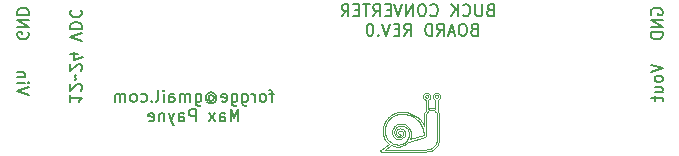
<source format=gbo>
%TF.GenerationSoftware,KiCad,Pcbnew,(5.1.0-1220-ga833aeeac)*%
%TF.CreationDate,2019-07-10T21:21:40+03:00*%
%TF.ProjectId,proto_II_buck_kicad,70726f74-6f5f-4494-995f-6275636b5f6b,rev?*%
%TF.SameCoordinates,Original*%
%TF.FileFunction,Legend,Bot*%
%TF.FilePolarity,Positive*%
%FSLAX46Y46*%
G04 Gerber Fmt 4.6, Leading zero omitted, Abs format (unit mm)*
G04 Created by KiCad (PCBNEW (5.1.0-1220-ga833aeeac)) date 2019-07-10 21:21:40*
%MOMM*%
%LPD*%
G04 APERTURE LIST*
%ADD10C,0.100000*%
%ADD11C,0.150000*%
%ADD12C,1.524000*%
%ADD13C,1.600000*%
G04 APERTURE END LIST*
D10*
X174655390Y-126809620D02*
X174637430Y-126676500D01*
X173616800Y-127291510D02*
X173646820Y-127291510D01*
X176006140Y-125019810D02*
X176062670Y-124951350D01*
X175963430Y-125098370D02*
X176006140Y-125019810D01*
X176805350Y-123798070D02*
X176792920Y-123798070D01*
X177028650Y-127286840D02*
X177029250Y-127266390D01*
X173050675Y-126659780D02*
X173050675Y-126695370D01*
X175049800Y-125551170D02*
X175181260Y-125666030D01*
X175972010Y-123798070D02*
X175934850Y-123788040D01*
X173225420Y-127116700D02*
X173313700Y-127189510D01*
X176792920Y-123543080D02*
X176805350Y-123543080D01*
X174141440Y-126776040D02*
X174132970Y-126713650D01*
X175895890Y-124872080D02*
X175878860Y-124892750D01*
X173062770Y-126815330D02*
X173097549Y-126927190D01*
X173564620Y-126190710D02*
X173666350Y-126159890D01*
X173470920Y-126240780D02*
X173564620Y-126190710D01*
X175759980Y-125165320D02*
X175750000Y-125250000D01*
X175984430Y-123798070D02*
X175972010Y-123798070D01*
X176854870Y-123553070D02*
X176895460Y-123580460D01*
X176950730Y-124971850D02*
X176909720Y-124905820D01*
X172247614Y-126606120D02*
X172247614Y-126647190D01*
X172424697Y-126606120D02*
X172424697Y-126534290D01*
X175703780Y-123552080D02*
X175679850Y-123640960D01*
X176893890Y-123961970D02*
X176916550Y-123955030D01*
X172452693Y-126318960D02*
X172535104Y-126046870D01*
X175808480Y-128352654D02*
X175877170Y-128352654D01*
X172247614Y-126525610D02*
X172247614Y-126606120D01*
X176775720Y-123366000D02*
X176686900Y-123389930D01*
X173738120Y-125972330D02*
X173631510Y-125986170D01*
X172977161Y-125242740D02*
X172784182Y-125391280D01*
X175584410Y-126232320D02*
X175650120Y-126396281D01*
X176326720Y-128270623D02*
X176537650Y-128168517D01*
X176588220Y-127902893D02*
X176554640Y-127936584D01*
X172424697Y-126606120D02*
X172424697Y-126606120D01*
X177029250Y-127266390D02*
X177029190Y-127262110D01*
X173996370Y-127146440D02*
X174056800Y-127073190D01*
X176952970Y-127649258D02*
X176990350Y-127531365D01*
X175866920Y-123620990D02*
X175894320Y-123580460D01*
X174566250Y-127283590D02*
X174580570Y-127250660D01*
X173746860Y-126149420D02*
X173773710Y-126149420D01*
X173666350Y-126159890D02*
X173746860Y-126149420D01*
X172424697Y-126534290D02*
X172452693Y-126318960D01*
X176993280Y-125067070D02*
X176950730Y-124971850D01*
X175984430Y-123366000D02*
X175954800Y-123366000D01*
X174655390Y-126909620D02*
X174655390Y-126854010D01*
X173097549Y-126927190D02*
X173152620Y-127028440D01*
X173748800Y-126383471D02*
X173728030Y-126383471D01*
X176932830Y-123682940D02*
X176922800Y-123720110D01*
X174141440Y-126821740D02*
X174141440Y-126796870D01*
X173465170Y-126501960D02*
X173405930Y-126598470D01*
X173481660Y-126485530D02*
X173465170Y-126501960D01*
X176223149Y-124660710D02*
X176096300Y-124709490D01*
X174284290Y-125007390D02*
X174086690Y-124978300D01*
X175834640Y-124960460D02*
X175788730Y-125058820D01*
X175894320Y-123760690D02*
X175866920Y-123720110D01*
X174062500Y-127817715D02*
X174266650Y-127683166D01*
X173829710Y-127903706D02*
X174062500Y-127817715D01*
X176677900Y-123670580D02*
X176677900Y-123658150D01*
X176482690Y-124825150D02*
X176569440Y-124852110D01*
X176412870Y-124815760D02*
X176482690Y-124825150D01*
X175934850Y-123788040D02*
X175894320Y-123760690D01*
X172057401Y-128235901D02*
X172052790Y-128263027D01*
X174427850Y-125225370D02*
X174595970Y-125285050D01*
X176111930Y-123658150D02*
X176111930Y-123670580D01*
X172480308Y-127356290D02*
X172575468Y-127478848D01*
X175954800Y-123366000D02*
X175865940Y-123389930D01*
X176432680Y-124638680D02*
X176389600Y-124638680D01*
X175877170Y-128352654D02*
X176083389Y-128332092D01*
X173498110Y-126469030D02*
X173481660Y-126485530D01*
X172762100Y-127419440D02*
X172621475Y-127249080D01*
X172932455Y-127560065D02*
X172762100Y-127419440D01*
X173372780Y-126093370D02*
X173287600Y-126158970D01*
X173684620Y-126851290D02*
X173676050Y-126851290D01*
X173710500Y-126858240D02*
X173684620Y-126851290D01*
X176980300Y-123919650D02*
X177048720Y-123853470D01*
X176389600Y-124638680D02*
X176347980Y-124638680D01*
X176630370Y-123919650D02*
X176694070Y-123955030D01*
X176072970Y-124722870D02*
X176072970Y-123961970D01*
X176834910Y-123366000D02*
X176805350Y-123366000D01*
X174632280Y-127076610D02*
X174655390Y-126909620D01*
X176677900Y-123658150D02*
X176687890Y-123620990D01*
X173728030Y-126383471D02*
X173694660Y-126383471D01*
X175894320Y-123580460D02*
X175934850Y-123553070D01*
X176272790Y-123768610D02*
X176289010Y-123695040D01*
X172669218Y-125796240D02*
X172801705Y-125624140D01*
X175865940Y-123389930D02*
X175769150Y-123455300D01*
X173614970Y-126602650D02*
X173662390Y-126573510D01*
X173606890Y-126610740D02*
X173614970Y-126602650D01*
X174131350Y-126896430D02*
X174141440Y-126821740D01*
X176047300Y-128158317D02*
X175868170Y-128175516D01*
X176257330Y-128107048D02*
X176047300Y-128158317D01*
X174396820Y-126230860D02*
X174266280Y-126123110D01*
X173368650Y-126328240D02*
X173387640Y-126309301D01*
X173319120Y-126392580D02*
X173368650Y-126328240D01*
X175984430Y-123543080D02*
X175996800Y-123543080D01*
X172804743Y-127686855D02*
X172090224Y-128191793D01*
X175181260Y-125666030D02*
X175301330Y-125792370D01*
X172052790Y-128263027D02*
X172054851Y-128284295D01*
X173406580Y-126290320D02*
X173470920Y-126240780D01*
X173387640Y-126309301D02*
X173406580Y-126290320D01*
X174116540Y-126041720D02*
X173951180Y-125990240D01*
X173746370Y-127281420D02*
X173839140Y-127252560D01*
X172956490Y-127796447D02*
X172957521Y-127795688D01*
X172420032Y-128175516D02*
X172956490Y-127796447D01*
X175972010Y-123543080D02*
X175984430Y-123543080D01*
X173711600Y-126560550D02*
X173728030Y-126560550D01*
X173662390Y-126573510D02*
X173711600Y-126560550D01*
X172535104Y-126046870D02*
X172669218Y-125796240D01*
X174655390Y-126854010D02*
X174655390Y-126809620D01*
X176347980Y-124638680D02*
X176223149Y-124660710D01*
X176675620Y-128066304D02*
X176715440Y-128026102D01*
X176792920Y-123798070D02*
X176755750Y-123788040D01*
X175856930Y-123682940D02*
X175856930Y-123670580D01*
X172521811Y-125698080D02*
X172371421Y-125979120D01*
X172371421Y-125979120D02*
X172279028Y-126284140D01*
X176817710Y-123798070D02*
X176805350Y-123798070D01*
X173556690Y-126743500D02*
X173556690Y-126731890D01*
X173566080Y-126778330D02*
X173556690Y-126743500D01*
X172059029Y-128297478D02*
X172069608Y-128316033D01*
X172903214Y-125522620D02*
X173075360Y-125390140D01*
X176159400Y-123919650D02*
X176227819Y-123853470D01*
X177024470Y-127344030D02*
X177028650Y-127286840D01*
X173773710Y-125972330D02*
X173738120Y-125972330D01*
X176074540Y-123760690D02*
X176033970Y-123788040D01*
X176095650Y-123955030D02*
X176159400Y-123919650D01*
X176686900Y-123389930D02*
X176590070Y-123455300D01*
X173379610Y-126760690D02*
X173402940Y-126847180D01*
X173379610Y-126731890D02*
X173379610Y-126760690D01*
X173964360Y-126773870D02*
X173964360Y-126796870D01*
X173945750Y-126704970D02*
X173964360Y-126773870D01*
X176932830Y-123670580D02*
X176932830Y-123682940D01*
X173050675Y-126725320D02*
X173062770Y-126815330D01*
X175696030Y-123768610D02*
X175741000Y-123853420D01*
X173269040Y-126486280D02*
X173319120Y-126392580D01*
X173238230Y-126588000D02*
X173269040Y-126486280D01*
X175750000Y-125278280D02*
X175750000Y-126169110D01*
X174108889Y-126636070D02*
X174070690Y-126565870D01*
X175927080Y-127000440D02*
X175927080Y-126993440D01*
X175922470Y-127021550D02*
X175927080Y-127000440D01*
X173818040Y-125972330D02*
X173773710Y-125972330D01*
X173326010Y-125256030D02*
X173598100Y-125173610D01*
X173466530Y-126941420D02*
X173560760Y-127005000D01*
X173402940Y-126847180D02*
X173466530Y-126941420D01*
X175866920Y-123720110D02*
X175856930Y-123682940D01*
X176687890Y-123720110D02*
X176677900Y-123682940D01*
X176842720Y-125185120D02*
X176852160Y-125254940D01*
X176815710Y-125098370D02*
X176842720Y-125185120D01*
X173496860Y-126026970D02*
X173372780Y-126093370D01*
X173935550Y-124968540D02*
X173885210Y-124968540D01*
X174504550Y-126361390D02*
X174396820Y-126230860D01*
X176072970Y-123961970D02*
X176095650Y-123955030D01*
X176561960Y-123853420D02*
X176630370Y-123919650D01*
X173638940Y-127933980D02*
X173829710Y-127903706D01*
X173575410Y-127933980D02*
X173638940Y-127933980D01*
X176537650Y-128168517D02*
X176675620Y-128066304D01*
X174132970Y-126713650D02*
X174108889Y-126636070D01*
X176500820Y-123670580D02*
X176500820Y-123695040D01*
X175747230Y-126882110D02*
X175748860Y-126927960D01*
X176847820Y-127327210D02*
X176837890Y-127397300D01*
X176851570Y-127280500D02*
X176847820Y-127327210D01*
X175809410Y-123919650D02*
X175873150Y-123955030D01*
X175174430Y-125426000D02*
X175013140Y-125307350D01*
X174271650Y-126356011D02*
X174357750Y-126460290D01*
X174167370Y-126269920D02*
X174271650Y-126356011D01*
X177029190Y-127262110D02*
X177029190Y-125278280D01*
X174907830Y-125448850D02*
X175049800Y-125551170D01*
X173738610Y-126877240D02*
X173710500Y-126858240D01*
X173757600Y-126905330D02*
X173738610Y-126877240D01*
X173050675Y-126695370D02*
X173050675Y-126725320D01*
X175679850Y-123670580D02*
X175679850Y-123695040D01*
X176289010Y-123640960D02*
X176265030Y-123552080D01*
X173287600Y-126158970D02*
X173262480Y-126184080D01*
X172852486Y-125573420D02*
X172903214Y-125522620D01*
X174580570Y-127250660D02*
X174632280Y-127076610D01*
X176852160Y-125278280D02*
X176852160Y-127262810D01*
X176852160Y-125254940D02*
X176852160Y-125278280D01*
X175996800Y-123543080D02*
X176033970Y-123553070D01*
X172141331Y-128352654D02*
X175808480Y-128352654D01*
X176014000Y-123366000D02*
X175984430Y-123366000D01*
X176227819Y-123853470D02*
X176272790Y-123768610D01*
X173257920Y-127895569D02*
X173413790Y-127924161D01*
X173108940Y-127849344D02*
X173257920Y-127895569D01*
X173964360Y-126827750D02*
X173939350Y-126920360D01*
X173964360Y-126796870D02*
X173964360Y-126827750D01*
X172070096Y-128211487D02*
X172057401Y-128235901D01*
X176755750Y-123553070D02*
X176792920Y-123543080D01*
X176817710Y-123543080D02*
X176854870Y-123553070D01*
X176743650Y-127997565D02*
X176819230Y-127902730D01*
X176074540Y-123580460D02*
X176101890Y-123620990D01*
X177085940Y-123552080D02*
X177020620Y-123455300D01*
X176716800Y-124728960D02*
X176692820Y-124714640D01*
X175370330Y-125605900D02*
X175325140Y-125561260D01*
X176033970Y-123788040D02*
X175996800Y-123798070D01*
X177048720Y-123853470D02*
X177093690Y-123768610D01*
X176916550Y-123955030D02*
X176980300Y-123919650D01*
X173885260Y-125145620D02*
X173931800Y-125145620D01*
X176111930Y-123682940D02*
X176101890Y-123720110D01*
X175936470Y-125185120D02*
X175963430Y-125098370D01*
X175927080Y-125254940D02*
X175936470Y-125185120D01*
X176694070Y-123955030D02*
X176716800Y-123961970D01*
X173598750Y-126618820D02*
X173606890Y-126610740D01*
X173569610Y-126666290D02*
X173598750Y-126618820D01*
X172399796Y-127222930D02*
X172480308Y-127356290D01*
X173171710Y-126294440D02*
X173105310Y-126418510D01*
X172279028Y-126284140D02*
X172247614Y-126525610D01*
X175873150Y-123955030D02*
X175895890Y-123961970D01*
X173313700Y-127189510D02*
X173414930Y-127244580D01*
X176740290Y-127691955D02*
X176674970Y-127799702D01*
X176787170Y-127585238D02*
X176740290Y-127691955D01*
X175700040Y-126567500D02*
X175733230Y-126744960D01*
X173923120Y-127206870D02*
X173996370Y-127146440D01*
X176922800Y-123620990D02*
X176932830Y-123658150D01*
X174756230Y-125359820D02*
X174907830Y-125448850D01*
X174422800Y-126579970D02*
X174463930Y-126712140D01*
X174357750Y-126460290D02*
X174422800Y-126579970D01*
X173951180Y-125990240D02*
X173818040Y-125972330D01*
X176805350Y-123543080D02*
X176817710Y-123543080D01*
X174056800Y-127073190D02*
X174102480Y-126989210D01*
X173646820Y-127291510D02*
X173671660Y-127291510D01*
X175856930Y-123658150D02*
X175866920Y-123620990D01*
X172257705Y-126770400D02*
X172287219Y-126928820D01*
X176033970Y-123553070D02*
X176074540Y-123580460D01*
X176648000Y-124894810D02*
X176716470Y-124951350D01*
X176569440Y-124852110D02*
X176648000Y-124894810D01*
X173839140Y-127252560D02*
X173923120Y-127206870D01*
X174407230Y-127205080D02*
X174323900Y-127358460D01*
X174459920Y-127035700D02*
X174407230Y-127205080D01*
X173350590Y-126991540D02*
X173299370Y-126929470D01*
X173412650Y-127042760D02*
X173350590Y-126991540D01*
X175895890Y-123961970D02*
X175895890Y-124872080D01*
X173677620Y-127114430D02*
X173646820Y-127114430D01*
X173770230Y-127089420D02*
X173677620Y-127114430D01*
X176687890Y-123620990D02*
X176715220Y-123580460D01*
X177019970Y-125169710D02*
X176993280Y-125067070D01*
X174637430Y-126676500D02*
X174585940Y-126511120D01*
X173895030Y-126629830D02*
X173945750Y-126704970D01*
X173819870Y-126579110D02*
X173895030Y-126629830D01*
X176852160Y-127267200D02*
X176851570Y-127280500D01*
X176852160Y-127262810D02*
X176852160Y-127267200D01*
X173127930Y-127666294D02*
X172932455Y-127560065D01*
X173343750Y-127733459D02*
X173127930Y-127666294D01*
X176818690Y-127485195D02*
X176787170Y-127585238D01*
X176837890Y-127397300D02*
X176818690Y-127485195D01*
X172424697Y-126664010D02*
X172424697Y-126606120D01*
X172448080Y-126837740D02*
X172424697Y-126664010D01*
X176516980Y-123768610D02*
X176561960Y-123853420D01*
X175870780Y-127076230D02*
X175889650Y-127065710D01*
X175864040Y-127078240D02*
X175870780Y-127076230D01*
X174435980Y-127506951D02*
X174445910Y-127504672D01*
X174435010Y-127507113D02*
X174435980Y-127506951D01*
X175013140Y-125307350D02*
X174842350Y-125205740D01*
X172089031Y-128335510D02*
X172113499Y-128348151D01*
X174663250Y-125121530D02*
X174476830Y-125055290D01*
X172287219Y-126928820D02*
X172335016Y-127080030D01*
X176437890Y-128021816D02*
X176257330Y-128107048D01*
X176554640Y-127936584D02*
X176437890Y-128021816D01*
X175650120Y-126396281D02*
X175700040Y-126567500D01*
X173260690Y-126858290D02*
X173236270Y-126779680D01*
X173299370Y-126929470D02*
X173260690Y-126858290D01*
X176895460Y-123760690D02*
X176854870Y-123788040D01*
X176893890Y-124885530D02*
X176893890Y-123961970D01*
X175409120Y-125929470D02*
X175503800Y-126076440D01*
X173591690Y-126816250D02*
X173566080Y-126778330D01*
X173629610Y-126841860D02*
X173591690Y-126816250D01*
X175856930Y-123670580D02*
X175856930Y-123658150D01*
X175769150Y-123455300D02*
X175703780Y-123552080D01*
X173647190Y-127028380D02*
X173676050Y-127028380D01*
X173560760Y-127005000D02*
X173647190Y-127028380D01*
X174478300Y-126899420D02*
X174459920Y-127035700D01*
X174478300Y-126854010D02*
X174478300Y-126899420D01*
X175503800Y-126076440D02*
X175584410Y-126232320D01*
X173064510Y-126553180D02*
X173050675Y-126659780D01*
X173379610Y-126698510D02*
X173379610Y-126731890D01*
X173405930Y-126598470D02*
X173379610Y-126698510D01*
X174476830Y-125055290D02*
X174284290Y-125007390D01*
X176755750Y-123788040D02*
X176715220Y-123760690D01*
X172090224Y-128191793D02*
X172084528Y-128195752D01*
X176083389Y-128332092D02*
X176326720Y-128270623D01*
X173594620Y-126409780D02*
X173498110Y-126469030D01*
X174446940Y-127504401D02*
X175864040Y-127078240D01*
X174445910Y-127504672D02*
X174446940Y-127504401D01*
X172670357Y-125505110D02*
X172521811Y-125698080D01*
X174071570Y-125154740D02*
X174252760Y-125181650D01*
X174398330Y-127555237D02*
X174435010Y-127507113D01*
X174266650Y-127683166D02*
X174398330Y-127555237D01*
X176805350Y-123366000D02*
X176775720Y-123366000D01*
X177029250Y-125251100D02*
X177019970Y-125169710D01*
X176101890Y-123720110D02*
X176074540Y-123760690D01*
X173671660Y-127291510D02*
X173746370Y-127281420D01*
X173625710Y-127114430D02*
X173562440Y-127105860D01*
X173646820Y-127114430D02*
X173625710Y-127114430D01*
X176715220Y-123760690D02*
X176687890Y-123720110D01*
X172684029Y-127589416D02*
X172773222Y-127664340D01*
X173262480Y-126184080D02*
X173237310Y-126209210D01*
X174070690Y-126565870D02*
X174020180Y-126504670D01*
X173227760Y-126716430D02*
X173227760Y-126695370D01*
X173236270Y-126779680D02*
X173227760Y-126716430D01*
X176677900Y-123682940D02*
X176677900Y-123670580D01*
X176289010Y-123670580D02*
X176289010Y-123640960D01*
X173075360Y-125390140D02*
X173326010Y-125256030D01*
X176500820Y-123640960D02*
X176500820Y-123670580D01*
X175934850Y-123553070D02*
X175972010Y-123543080D01*
X176990350Y-127531365D02*
X177012920Y-127427633D01*
X176715220Y-123580460D02*
X176755750Y-123553070D01*
X173002172Y-127804259D02*
X173108940Y-127849344D01*
X172967991Y-127786627D02*
X173002172Y-127804259D01*
X176922800Y-123720110D02*
X176895460Y-123760690D01*
X173237310Y-126209210D02*
X173171710Y-126294440D01*
X172784182Y-125391280D02*
X172727269Y-125448190D01*
X175927080Y-125278280D02*
X175927080Y-125254940D01*
X175927080Y-126993440D02*
X175927080Y-125278280D01*
X174585940Y-126511120D02*
X174504550Y-126361390D01*
X172773222Y-127664340D02*
X172804743Y-127686855D01*
X173517470Y-127756897D02*
X173343750Y-127733459D01*
X173575410Y-127756897D02*
X173517470Y-127756897D01*
X173556690Y-126715440D02*
X173569610Y-126666290D01*
X173556690Y-126731890D02*
X173556690Y-126715440D01*
X175750000Y-126169110D02*
X175724670Y-126113240D01*
X176909720Y-124905820D02*
X176893890Y-124885530D01*
X175325140Y-125561260D02*
X175289180Y-125525720D01*
X176923780Y-123389930D02*
X176834910Y-123366000D01*
X175289180Y-125525720D02*
X175174430Y-125426000D01*
X173105310Y-126418510D02*
X173064510Y-126553180D01*
X175567390Y-125848320D02*
X175370330Y-125605900D01*
X177029250Y-125278280D02*
X177029250Y-125278280D01*
X172967069Y-127787495D02*
X172967991Y-127786627D01*
X172957521Y-127795688D02*
X172967069Y-127787495D01*
X172056967Y-128290913D02*
X172059029Y-128297478D01*
X172247614Y-126647190D02*
X172257705Y-126770400D01*
X176111930Y-123670580D02*
X176111930Y-123682940D01*
X172575468Y-127478848D02*
X172684029Y-127589416D01*
X173620820Y-127756897D02*
X173575410Y-127756897D01*
X173757110Y-127738505D02*
X173620820Y-127756897D01*
X173535000Y-127933980D02*
X173575410Y-127933980D01*
X173413790Y-127924161D02*
X173535000Y-127933980D01*
X175996800Y-123798070D02*
X175984430Y-123798070D01*
X176773000Y-125019810D02*
X176815710Y-125098370D01*
X176716470Y-124951350D02*
X176773000Y-125019810D01*
X174213540Y-127492140D02*
X174079860Y-127602437D01*
X174323900Y-127358460D02*
X174213540Y-127492140D01*
X174102480Y-126989210D02*
X174131350Y-126896430D01*
X173804690Y-124968540D02*
X173563210Y-124999960D01*
X176854870Y-123788040D02*
X176817710Y-123798070D01*
X173764600Y-126931210D02*
X173757600Y-126905330D01*
X173764600Y-126939830D02*
X173764600Y-126931210D01*
X174141440Y-126796870D02*
X174141440Y-126776040D01*
X173414930Y-127244580D02*
X173526800Y-127279360D01*
X175748860Y-126927960D02*
X174566250Y-127283590D01*
X173258190Y-125092350D02*
X172977161Y-125242740D01*
X177109920Y-123670580D02*
X177109920Y-123640960D01*
X177109920Y-123640960D02*
X177085940Y-123552080D01*
X173227760Y-126668510D02*
X173238230Y-126588000D01*
X173227760Y-126695370D02*
X173227760Y-126668510D01*
X175679850Y-123695040D02*
X175696030Y-123768610D01*
X173750980Y-126560550D02*
X173819870Y-126579110D01*
X173728030Y-126560550D02*
X173750980Y-126560550D01*
X174252760Y-125181650D02*
X174427850Y-125225370D01*
X174478300Y-126818530D02*
X174478300Y-126854010D01*
X174463930Y-126712140D02*
X174478300Y-126818530D01*
X176590070Y-123455300D02*
X176524730Y-123552080D01*
X176500820Y-123695040D02*
X176516980Y-123768610D01*
X175679850Y-123640960D02*
X175679850Y-123670580D01*
X177029190Y-125278280D02*
X177029250Y-125278280D01*
X173664440Y-126851290D02*
X173629610Y-126841860D01*
X173676050Y-126851290D02*
X173664440Y-126851290D01*
X173684620Y-127028380D02*
X173710500Y-127021380D01*
X173676050Y-127028380D02*
X173684620Y-127028380D01*
X172054851Y-128284295D02*
X172056967Y-128290913D01*
X175733230Y-126744960D02*
X175747230Y-126882110D01*
X173526800Y-127279360D02*
X173616800Y-127291510D01*
X173738610Y-127002390D02*
X173757600Y-126974290D01*
X173710500Y-127021380D02*
X173738610Y-127002390D01*
X176296440Y-124825150D02*
X176366260Y-124815760D01*
X176209690Y-124852110D02*
X176296440Y-124825150D01*
X174047690Y-126204860D02*
X174167370Y-126269920D01*
X173915530Y-126163750D02*
X174047690Y-126204860D01*
X177109920Y-123695040D02*
X177109920Y-123670580D01*
X176096300Y-124709490D02*
X176072970Y-124722870D01*
X172515247Y-127053610D02*
X172448080Y-126837740D01*
X172621475Y-127249080D02*
X172515247Y-127053610D01*
X173764600Y-126948420D02*
X173764600Y-126939830D01*
X173757600Y-126974290D02*
X173764600Y-126948420D01*
X173631510Y-125986170D02*
X173496860Y-126026970D01*
X173809140Y-126149420D02*
X173915530Y-126163750D01*
X173773710Y-126149420D02*
X173809140Y-126149420D01*
X175808480Y-128175516D02*
X172420032Y-128175516D01*
X175868170Y-128175516D02*
X175808480Y-128175516D01*
X173958980Y-126454170D02*
X173888780Y-126415970D01*
X176611870Y-127879076D02*
X176588220Y-127902893D01*
X176674970Y-127799702D02*
X176611870Y-127879076D01*
X173813430Y-125145620D02*
X173885260Y-125145620D01*
X174595970Y-125285050D02*
X174756230Y-125359820D01*
X174842350Y-125205740D02*
X174663250Y-125121530D01*
X176389600Y-124815760D02*
X176412870Y-124815760D01*
X176366260Y-124815760D02*
X176389600Y-124815760D01*
X177012920Y-127427633D02*
X177024470Y-127344030D01*
X175301330Y-125792370D02*
X175409120Y-125929470D01*
X176131140Y-124894810D02*
X176209690Y-124852110D01*
X176062670Y-124951350D02*
X176131140Y-124894810D01*
X174086690Y-124978300D02*
X173935550Y-124968540D01*
X175909570Y-127046230D02*
X175922470Y-127021550D01*
X175889650Y-127065710D02*
X175909570Y-127046230D01*
X175724670Y-126113240D02*
X175567390Y-125848320D01*
X173871210Y-127021330D02*
X173770230Y-127089420D01*
X173939350Y-126920360D02*
X173871210Y-127021330D01*
X177020620Y-123455300D02*
X176923780Y-123389930D01*
X176897190Y-127775072D02*
X176952970Y-127649258D01*
X176588220Y-127902893D02*
X176588220Y-127902893D01*
X172801705Y-125624140D02*
X172852486Y-125573420D01*
X176677900Y-123670580D02*
X176677900Y-123670580D01*
X176289010Y-123695040D02*
X176289010Y-123670580D01*
X176265030Y-123552080D02*
X176199709Y-123455300D01*
X176524730Y-123552080D02*
X176500820Y-123640960D01*
X172134332Y-128352654D02*
X172141331Y-128352654D01*
X176101890Y-123620990D02*
X176111930Y-123658150D01*
X173483830Y-127081440D02*
X173412650Y-127042760D01*
X173562440Y-127105860D02*
X173483830Y-127081440D01*
X175856930Y-123670580D02*
X175856930Y-123670580D01*
X176102860Y-123389930D02*
X176014000Y-123366000D01*
X176692820Y-124714640D02*
X176562070Y-124662330D01*
X176716800Y-123961970D02*
X176716800Y-124728960D01*
X172113499Y-128348151D02*
X172134332Y-128352654D01*
X176932830Y-123658150D02*
X176932830Y-123670580D01*
X176562070Y-124662330D02*
X176432680Y-124638680D01*
X176895460Y-123580460D02*
X176922800Y-123620990D01*
X173598100Y-125173610D02*
X173813430Y-125145620D01*
X173694660Y-126383471D02*
X173594620Y-126409780D01*
X172727269Y-125448190D02*
X172670357Y-125505110D01*
X173885210Y-124968540D02*
X173804690Y-124968540D01*
X173888780Y-126415970D02*
X173811190Y-126391871D01*
X173152620Y-127028440D02*
X173225420Y-127116700D01*
X174266280Y-126123110D02*
X174116540Y-126041720D01*
X174020180Y-126504670D02*
X173958980Y-126454170D01*
X172084528Y-128195752D02*
X172070096Y-128211487D01*
X173926480Y-127685824D02*
X173757110Y-127738505D01*
X174079860Y-127602437D02*
X173926480Y-127685824D01*
X173931800Y-125145620D02*
X174071570Y-125154740D01*
X176199709Y-123455300D02*
X176102860Y-123389930D01*
X177093690Y-123768610D02*
X177109920Y-123695040D01*
X176715440Y-128026102D02*
X176743650Y-127997565D01*
X172069608Y-128316033D02*
X172089031Y-128335510D01*
X172335016Y-127080030D02*
X172399796Y-127222930D01*
X175788730Y-125058820D02*
X175759980Y-125165320D01*
X175741000Y-123853420D02*
X175809410Y-123919650D01*
X175878860Y-124892750D02*
X175834640Y-124960460D01*
X173563210Y-124999960D02*
X173258190Y-125092350D01*
X177029250Y-125278280D02*
X177029250Y-125251100D01*
X176819230Y-127902730D02*
X176897190Y-127775072D01*
X173811190Y-126391871D02*
X173748800Y-126383471D01*
X175750000Y-125250000D02*
X175750000Y-125278280D01*
D11*
X194952380Y-120976190D02*
X195952380Y-121309523D01*
X194952380Y-121642857D01*
X195952380Y-122119047D02*
X195904761Y-122023809D01*
X195857142Y-121976190D01*
X195761904Y-121928571D01*
X195476190Y-121928571D01*
X195380952Y-121976190D01*
X195333333Y-122023809D01*
X195285714Y-122119047D01*
X195285714Y-122261904D01*
X195333333Y-122357142D01*
X195380952Y-122404761D01*
X195476190Y-122452380D01*
X195761904Y-122452380D01*
X195857142Y-122404761D01*
X195904761Y-122357142D01*
X195952380Y-122261904D01*
X195952380Y-122119047D01*
X195285714Y-123309523D02*
X195952380Y-123309523D01*
X195285714Y-122880952D02*
X195809523Y-122880952D01*
X195904761Y-122928571D01*
X195952380Y-123023809D01*
X195952380Y-123166666D01*
X195904761Y-123261904D01*
X195857142Y-123309523D01*
X195285714Y-123642857D02*
X195285714Y-124023809D01*
X194952380Y-123785714D02*
X195809523Y-123785714D01*
X195904761Y-123833333D01*
X195952380Y-123928571D01*
X195952380Y-124023809D01*
X195000000Y-116738095D02*
X194952380Y-116642857D01*
X194952380Y-116500000D01*
X195000000Y-116357142D01*
X195095238Y-116261904D01*
X195190476Y-116214285D01*
X195380952Y-116166666D01*
X195523809Y-116166666D01*
X195714285Y-116214285D01*
X195809523Y-116261904D01*
X195904761Y-116357142D01*
X195952380Y-116500000D01*
X195952380Y-116595238D01*
X195904761Y-116738095D01*
X195857142Y-116785714D01*
X195523809Y-116785714D01*
X195523809Y-116595238D01*
X195952380Y-117214285D02*
X194952380Y-117214285D01*
X195952380Y-117785714D01*
X194952380Y-117785714D01*
X195952380Y-118261904D02*
X194952380Y-118261904D01*
X194952380Y-118500000D01*
X195000000Y-118642857D01*
X195095238Y-118738095D01*
X195190476Y-118785714D01*
X195380952Y-118833333D01*
X195523809Y-118833333D01*
X195714285Y-118785714D01*
X195809523Y-118738095D01*
X195904761Y-118642857D01*
X195952380Y-118500000D01*
X195952380Y-118261904D01*
X145797619Y-123559523D02*
X145797619Y-124130952D01*
X145797619Y-123845238D02*
X146797619Y-123845238D01*
X146654761Y-123940476D01*
X146559523Y-124035714D01*
X146511904Y-124130952D01*
X146702380Y-123178571D02*
X146750000Y-123130952D01*
X146797619Y-123035714D01*
X146797619Y-122797619D01*
X146750000Y-122702380D01*
X146702380Y-122654761D01*
X146607142Y-122607142D01*
X146511904Y-122607142D01*
X146369047Y-122654761D01*
X145797619Y-123226190D01*
X145797619Y-122607142D01*
X146178571Y-122321428D02*
X146226190Y-122273809D01*
X146273809Y-122178571D01*
X146178571Y-121988095D01*
X146226190Y-121892857D01*
X146273809Y-121845238D01*
X146702380Y-121511904D02*
X146750000Y-121464285D01*
X146797619Y-121369047D01*
X146797619Y-121130952D01*
X146750000Y-121035714D01*
X146702380Y-120988095D01*
X146607142Y-120940476D01*
X146511904Y-120940476D01*
X146369047Y-120988095D01*
X145797619Y-121559523D01*
X145797619Y-120940476D01*
X146464285Y-120083333D02*
X145797619Y-120083333D01*
X146845238Y-120321428D02*
X146130952Y-120559523D01*
X146130952Y-119940476D01*
X146797619Y-118940476D02*
X145797619Y-118607142D01*
X146797619Y-118273809D01*
X145797619Y-117940476D02*
X146797619Y-117940476D01*
X146797619Y-117702380D01*
X146750000Y-117559523D01*
X146654761Y-117464285D01*
X146559523Y-117416666D01*
X146369047Y-117369047D01*
X146226190Y-117369047D01*
X146035714Y-117416666D01*
X145940476Y-117464285D01*
X145845238Y-117559523D01*
X145797619Y-117702380D01*
X145797619Y-117940476D01*
X145892857Y-116369047D02*
X145845238Y-116416666D01*
X145797619Y-116559523D01*
X145797619Y-116654761D01*
X145845238Y-116797619D01*
X145940476Y-116892857D01*
X146035714Y-116940476D01*
X146226190Y-116988095D01*
X146369047Y-116988095D01*
X146559523Y-116940476D01*
X146654761Y-116892857D01*
X146750000Y-116797619D01*
X146797619Y-116654761D01*
X146797619Y-116559523D01*
X146750000Y-116416666D01*
X146702380Y-116369047D01*
X142297619Y-123523809D02*
X141297619Y-123190476D01*
X142297619Y-122857142D01*
X141297619Y-122523809D02*
X141964285Y-122523809D01*
X142297619Y-122523809D02*
X142250000Y-122571428D01*
X142202380Y-122523809D01*
X142250000Y-122476190D01*
X142297619Y-122523809D01*
X142202380Y-122523809D01*
X141964285Y-122047619D02*
X141297619Y-122047619D01*
X141869047Y-122047619D02*
X141916666Y-122000000D01*
X141964285Y-121904761D01*
X141964285Y-121761904D01*
X141916666Y-121666666D01*
X141821428Y-121619047D01*
X141297619Y-121619047D01*
X142250000Y-118261904D02*
X142297619Y-118357142D01*
X142297619Y-118500000D01*
X142250000Y-118642857D01*
X142154761Y-118738095D01*
X142059523Y-118785714D01*
X141869047Y-118833333D01*
X141726190Y-118833333D01*
X141535714Y-118785714D01*
X141440476Y-118738095D01*
X141345238Y-118642857D01*
X141297619Y-118500000D01*
X141297619Y-118404761D01*
X141345238Y-118261904D01*
X141392857Y-118214285D01*
X141726190Y-118214285D01*
X141726190Y-118404761D01*
X141297619Y-117785714D02*
X142297619Y-117785714D01*
X141297619Y-117214285D01*
X142297619Y-117214285D01*
X141297619Y-116738095D02*
X142297619Y-116738095D01*
X142297619Y-116500000D01*
X142250000Y-116357142D01*
X142154761Y-116261904D01*
X142059523Y-116214285D01*
X141869047Y-116166666D01*
X141726190Y-116166666D01*
X141535714Y-116214285D01*
X141440476Y-116261904D01*
X141345238Y-116357142D01*
X141297619Y-116500000D01*
X141297619Y-116738095D01*
X163035714Y-123460714D02*
X162654761Y-123460714D01*
X162892857Y-124127380D02*
X162892857Y-123270238D01*
X162845238Y-123175000D01*
X162750000Y-123127380D01*
X162654761Y-123127380D01*
X162178571Y-124127380D02*
X162273809Y-124079761D01*
X162321428Y-124032142D01*
X162369047Y-123936904D01*
X162369047Y-123651190D01*
X162321428Y-123555952D01*
X162273809Y-123508333D01*
X162178571Y-123460714D01*
X162035714Y-123460714D01*
X161940476Y-123508333D01*
X161892857Y-123555952D01*
X161845238Y-123651190D01*
X161845238Y-123936904D01*
X161892857Y-124032142D01*
X161940476Y-124079761D01*
X162035714Y-124127380D01*
X162178571Y-124127380D01*
X161416666Y-124127380D02*
X161416666Y-123460714D01*
X161416666Y-123651190D02*
X161369047Y-123555952D01*
X161321428Y-123508333D01*
X161226190Y-123460714D01*
X161130952Y-123460714D01*
X160369047Y-123460714D02*
X160369047Y-124270238D01*
X160416666Y-124365476D01*
X160464285Y-124413095D01*
X160559523Y-124460714D01*
X160702380Y-124460714D01*
X160797619Y-124413095D01*
X160369047Y-124079761D02*
X160464285Y-124127380D01*
X160654761Y-124127380D01*
X160750000Y-124079761D01*
X160797619Y-124032142D01*
X160845238Y-123936904D01*
X160845238Y-123651190D01*
X160797619Y-123555952D01*
X160750000Y-123508333D01*
X160654761Y-123460714D01*
X160464285Y-123460714D01*
X160369047Y-123508333D01*
X159464285Y-123460714D02*
X159464285Y-124270238D01*
X159511904Y-124365476D01*
X159559523Y-124413095D01*
X159654761Y-124460714D01*
X159797619Y-124460714D01*
X159892857Y-124413095D01*
X159464285Y-124079761D02*
X159559523Y-124127380D01*
X159750000Y-124127380D01*
X159845238Y-124079761D01*
X159892857Y-124032142D01*
X159940476Y-123936904D01*
X159940476Y-123651190D01*
X159892857Y-123555952D01*
X159845238Y-123508333D01*
X159750000Y-123460714D01*
X159559523Y-123460714D01*
X159464285Y-123508333D01*
X158607142Y-124079761D02*
X158702380Y-124127380D01*
X158892857Y-124127380D01*
X158988095Y-124079761D01*
X159035714Y-123984523D01*
X159035714Y-123603571D01*
X158988095Y-123508333D01*
X158892857Y-123460714D01*
X158702380Y-123460714D01*
X158607142Y-123508333D01*
X158559523Y-123603571D01*
X158559523Y-123698809D01*
X159035714Y-123794047D01*
X157511904Y-123651190D02*
X157559523Y-123603571D01*
X157654761Y-123555952D01*
X157750000Y-123555952D01*
X157845238Y-123603571D01*
X157892857Y-123651190D01*
X157940476Y-123746428D01*
X157940476Y-123841666D01*
X157892857Y-123936904D01*
X157845238Y-123984523D01*
X157750000Y-124032142D01*
X157654761Y-124032142D01*
X157559523Y-123984523D01*
X157511904Y-123936904D01*
X157511904Y-123555952D02*
X157511904Y-123936904D01*
X157464285Y-123984523D01*
X157416666Y-123984523D01*
X157321428Y-123936904D01*
X157273809Y-123841666D01*
X157273809Y-123603571D01*
X157369047Y-123460714D01*
X157511904Y-123365476D01*
X157702380Y-123317857D01*
X157892857Y-123365476D01*
X158035714Y-123460714D01*
X158130952Y-123603571D01*
X158178571Y-123794047D01*
X158130952Y-123984523D01*
X158035714Y-124127380D01*
X157892857Y-124222619D01*
X157702380Y-124270238D01*
X157511904Y-124222619D01*
X157369047Y-124127380D01*
X156416666Y-123460714D02*
X156416666Y-124270238D01*
X156464285Y-124365476D01*
X156511904Y-124413095D01*
X156607142Y-124460714D01*
X156750000Y-124460714D01*
X156845238Y-124413095D01*
X156416666Y-124079761D02*
X156511904Y-124127380D01*
X156702380Y-124127380D01*
X156797619Y-124079761D01*
X156845238Y-124032142D01*
X156892857Y-123936904D01*
X156892857Y-123651190D01*
X156845238Y-123555952D01*
X156797619Y-123508333D01*
X156702380Y-123460714D01*
X156511904Y-123460714D01*
X156416666Y-123508333D01*
X155940476Y-124127380D02*
X155940476Y-123460714D01*
X155940476Y-123555952D02*
X155892857Y-123508333D01*
X155797619Y-123460714D01*
X155654761Y-123460714D01*
X155559523Y-123508333D01*
X155511904Y-123603571D01*
X155511904Y-124127380D01*
X155511904Y-123603571D02*
X155464285Y-123508333D01*
X155369047Y-123460714D01*
X155226190Y-123460714D01*
X155130952Y-123508333D01*
X155083333Y-123603571D01*
X155083333Y-124127380D01*
X154178571Y-124127380D02*
X154178571Y-123603571D01*
X154226190Y-123508333D01*
X154321428Y-123460714D01*
X154511904Y-123460714D01*
X154607142Y-123508333D01*
X154178571Y-124079761D02*
X154273809Y-124127380D01*
X154511904Y-124127380D01*
X154607142Y-124079761D01*
X154654761Y-123984523D01*
X154654761Y-123889285D01*
X154607142Y-123794047D01*
X154511904Y-123746428D01*
X154273809Y-123746428D01*
X154178571Y-123698809D01*
X153702380Y-124127380D02*
X153702380Y-123460714D01*
X153702380Y-123127380D02*
X153750000Y-123175000D01*
X153702380Y-123222619D01*
X153654761Y-123175000D01*
X153702380Y-123127380D01*
X153702380Y-123222619D01*
X153083333Y-124127380D02*
X153178571Y-124079761D01*
X153226190Y-123984523D01*
X153226190Y-123127380D01*
X152702380Y-124032142D02*
X152654761Y-124079761D01*
X152702380Y-124127380D01*
X152750000Y-124079761D01*
X152702380Y-124032142D01*
X152702380Y-124127380D01*
X151797619Y-124079761D02*
X151892857Y-124127380D01*
X152083333Y-124127380D01*
X152178571Y-124079761D01*
X152226190Y-124032142D01*
X152273809Y-123936904D01*
X152273809Y-123651190D01*
X152226190Y-123555952D01*
X152178571Y-123508333D01*
X152083333Y-123460714D01*
X151892857Y-123460714D01*
X151797619Y-123508333D01*
X151226190Y-124127380D02*
X151321428Y-124079761D01*
X151369047Y-124032142D01*
X151416666Y-123936904D01*
X151416666Y-123651190D01*
X151369047Y-123555952D01*
X151321428Y-123508333D01*
X151226190Y-123460714D01*
X151083333Y-123460714D01*
X150988095Y-123508333D01*
X150940476Y-123555952D01*
X150892857Y-123651190D01*
X150892857Y-123936904D01*
X150940476Y-124032142D01*
X150988095Y-124079761D01*
X151083333Y-124127380D01*
X151226190Y-124127380D01*
X150464285Y-124127380D02*
X150464285Y-123460714D01*
X150464285Y-123555952D02*
X150416666Y-123508333D01*
X150321428Y-123460714D01*
X150178571Y-123460714D01*
X150083333Y-123508333D01*
X150035714Y-123603571D01*
X150035714Y-124127380D01*
X150035714Y-123603571D02*
X149988095Y-123508333D01*
X149892857Y-123460714D01*
X149750000Y-123460714D01*
X149654761Y-123508333D01*
X149607142Y-123603571D01*
X149607142Y-124127380D01*
X160035714Y-125777380D02*
X160035714Y-124777380D01*
X159702380Y-125491666D01*
X159369047Y-124777380D01*
X159369047Y-125777380D01*
X158464285Y-125777380D02*
X158464285Y-125253571D01*
X158511904Y-125158333D01*
X158607142Y-125110714D01*
X158797619Y-125110714D01*
X158892857Y-125158333D01*
X158464285Y-125729761D02*
X158559523Y-125777380D01*
X158797619Y-125777380D01*
X158892857Y-125729761D01*
X158940476Y-125634523D01*
X158940476Y-125539285D01*
X158892857Y-125444047D01*
X158797619Y-125396428D01*
X158559523Y-125396428D01*
X158464285Y-125348809D01*
X158083333Y-125777380D02*
X157559523Y-125110714D01*
X158083333Y-125110714D02*
X157559523Y-125777380D01*
X156416666Y-125777380D02*
X156416666Y-124777380D01*
X156035714Y-124777380D01*
X155940476Y-124825000D01*
X155892857Y-124872619D01*
X155845238Y-124967857D01*
X155845238Y-125110714D01*
X155892857Y-125205952D01*
X155940476Y-125253571D01*
X156035714Y-125301190D01*
X156416666Y-125301190D01*
X154988095Y-125777380D02*
X154988095Y-125253571D01*
X155035714Y-125158333D01*
X155130952Y-125110714D01*
X155321428Y-125110714D01*
X155416666Y-125158333D01*
X154988095Y-125729761D02*
X155083333Y-125777380D01*
X155321428Y-125777380D01*
X155416666Y-125729761D01*
X155464285Y-125634523D01*
X155464285Y-125539285D01*
X155416666Y-125444047D01*
X155321428Y-125396428D01*
X155083333Y-125396428D01*
X154988095Y-125348809D01*
X154607142Y-125110714D02*
X154369047Y-125777380D01*
X154130952Y-125110714D02*
X154369047Y-125777380D01*
X154464285Y-126015476D01*
X154511904Y-126063095D01*
X154607142Y-126110714D01*
X153750000Y-125110714D02*
X153750000Y-125777380D01*
X153750000Y-125205952D02*
X153702380Y-125158333D01*
X153607142Y-125110714D01*
X153464285Y-125110714D01*
X153369047Y-125158333D01*
X153321428Y-125253571D01*
X153321428Y-125777380D01*
X152464285Y-125729761D02*
X152559523Y-125777380D01*
X152750000Y-125777380D01*
X152845238Y-125729761D01*
X152892857Y-125634523D01*
X152892857Y-125253571D01*
X152845238Y-125158333D01*
X152750000Y-125110714D01*
X152559523Y-125110714D01*
X152464285Y-125158333D01*
X152416666Y-125253571D01*
X152416666Y-125348809D01*
X152892857Y-125444047D01*
X181345238Y-116353571D02*
X181202380Y-116401190D01*
X181154761Y-116448809D01*
X181107142Y-116544047D01*
X181107142Y-116686904D01*
X181154761Y-116782142D01*
X181202380Y-116829761D01*
X181297619Y-116877380D01*
X181678571Y-116877380D01*
X181678571Y-115877380D01*
X181345238Y-115877380D01*
X181250000Y-115925000D01*
X181202380Y-115972619D01*
X181154761Y-116067857D01*
X181154761Y-116163095D01*
X181202380Y-116258333D01*
X181250000Y-116305952D01*
X181345238Y-116353571D01*
X181678571Y-116353571D01*
X180678571Y-115877380D02*
X180678571Y-116686904D01*
X180630952Y-116782142D01*
X180583333Y-116829761D01*
X180488095Y-116877380D01*
X180297619Y-116877380D01*
X180202380Y-116829761D01*
X180154761Y-116782142D01*
X180107142Y-116686904D01*
X180107142Y-115877380D01*
X179059523Y-116782142D02*
X179107142Y-116829761D01*
X179250000Y-116877380D01*
X179345238Y-116877380D01*
X179488095Y-116829761D01*
X179583333Y-116734523D01*
X179630952Y-116639285D01*
X179678571Y-116448809D01*
X179678571Y-116305952D01*
X179630952Y-116115476D01*
X179583333Y-116020238D01*
X179488095Y-115925000D01*
X179345238Y-115877380D01*
X179250000Y-115877380D01*
X179107142Y-115925000D01*
X179059523Y-115972619D01*
X178630952Y-116877380D02*
X178630952Y-115877380D01*
X178059523Y-116877380D02*
X178488095Y-116305952D01*
X178059523Y-115877380D02*
X178630952Y-116448809D01*
X176297619Y-116782142D02*
X176345238Y-116829761D01*
X176488095Y-116877380D01*
X176583333Y-116877380D01*
X176726190Y-116829761D01*
X176821428Y-116734523D01*
X176869047Y-116639285D01*
X176916666Y-116448809D01*
X176916666Y-116305952D01*
X176869047Y-116115476D01*
X176821428Y-116020238D01*
X176726190Y-115925000D01*
X176583333Y-115877380D01*
X176488095Y-115877380D01*
X176345238Y-115925000D01*
X176297619Y-115972619D01*
X175678571Y-115877380D02*
X175488095Y-115877380D01*
X175392857Y-115925000D01*
X175297619Y-116020238D01*
X175250000Y-116210714D01*
X175250000Y-116544047D01*
X175297619Y-116734523D01*
X175392857Y-116829761D01*
X175488095Y-116877380D01*
X175678571Y-116877380D01*
X175773809Y-116829761D01*
X175869047Y-116734523D01*
X175916666Y-116544047D01*
X175916666Y-116210714D01*
X175869047Y-116020238D01*
X175773809Y-115925000D01*
X175678571Y-115877380D01*
X174821428Y-116877380D02*
X174821428Y-115877380D01*
X174250000Y-116877380D01*
X174250000Y-115877380D01*
X173916666Y-115877380D02*
X173583333Y-116877380D01*
X173250000Y-115877380D01*
X172916666Y-116353571D02*
X172583333Y-116353571D01*
X172440476Y-116877380D02*
X172916666Y-116877380D01*
X172916666Y-115877380D01*
X172440476Y-115877380D01*
X171440476Y-116877380D02*
X171773809Y-116401190D01*
X172011904Y-116877380D02*
X172011904Y-115877380D01*
X171630952Y-115877380D01*
X171535714Y-115925000D01*
X171488095Y-115972619D01*
X171440476Y-116067857D01*
X171440476Y-116210714D01*
X171488095Y-116305952D01*
X171535714Y-116353571D01*
X171630952Y-116401190D01*
X172011904Y-116401190D01*
X171154761Y-115877380D02*
X170583333Y-115877380D01*
X170869047Y-116877380D02*
X170869047Y-115877380D01*
X170250000Y-116353571D02*
X169916666Y-116353571D01*
X169773809Y-116877380D02*
X170250000Y-116877380D01*
X170250000Y-115877380D01*
X169773809Y-115877380D01*
X168773809Y-116877380D02*
X169107142Y-116401190D01*
X169345238Y-116877380D02*
X169345238Y-115877380D01*
X168964285Y-115877380D01*
X168869047Y-115925000D01*
X168821428Y-115972619D01*
X168773809Y-116067857D01*
X168773809Y-116210714D01*
X168821428Y-116305952D01*
X168869047Y-116353571D01*
X168964285Y-116401190D01*
X169345238Y-116401190D01*
X179988095Y-118003571D02*
X179845238Y-118051190D01*
X179797619Y-118098809D01*
X179750000Y-118194047D01*
X179750000Y-118336904D01*
X179797619Y-118432142D01*
X179845238Y-118479761D01*
X179940476Y-118527380D01*
X180321428Y-118527380D01*
X180321428Y-117527380D01*
X179988095Y-117527380D01*
X179892857Y-117575000D01*
X179845238Y-117622619D01*
X179797619Y-117717857D01*
X179797619Y-117813095D01*
X179845238Y-117908333D01*
X179892857Y-117955952D01*
X179988095Y-118003571D01*
X180321428Y-118003571D01*
X179130952Y-117527380D02*
X178940476Y-117527380D01*
X178845238Y-117575000D01*
X178750000Y-117670238D01*
X178702380Y-117860714D01*
X178702380Y-118194047D01*
X178750000Y-118384523D01*
X178845238Y-118479761D01*
X178940476Y-118527380D01*
X179130952Y-118527380D01*
X179226190Y-118479761D01*
X179321428Y-118384523D01*
X179369047Y-118194047D01*
X179369047Y-117860714D01*
X179321428Y-117670238D01*
X179226190Y-117575000D01*
X179130952Y-117527380D01*
X178321428Y-118241666D02*
X177845238Y-118241666D01*
X178416666Y-118527380D02*
X178083333Y-117527380D01*
X177750000Y-118527380D01*
X176845238Y-118527380D02*
X177178571Y-118051190D01*
X177416666Y-118527380D02*
X177416666Y-117527380D01*
X177035714Y-117527380D01*
X176940476Y-117575000D01*
X176892857Y-117622619D01*
X176845238Y-117717857D01*
X176845238Y-117860714D01*
X176892857Y-117955952D01*
X176940476Y-118003571D01*
X177035714Y-118051190D01*
X177416666Y-118051190D01*
X176416666Y-118527380D02*
X176416666Y-117527380D01*
X176178571Y-117527380D01*
X176035714Y-117575000D01*
X175940476Y-117670238D01*
X175892857Y-117765476D01*
X175845238Y-117955952D01*
X175845238Y-118098809D01*
X175892857Y-118289285D01*
X175940476Y-118384523D01*
X176035714Y-118479761D01*
X176178571Y-118527380D01*
X176416666Y-118527380D01*
X174083333Y-118527380D02*
X174416666Y-118051190D01*
X174654761Y-118527380D02*
X174654761Y-117527380D01*
X174273809Y-117527380D01*
X174178571Y-117575000D01*
X174130952Y-117622619D01*
X174083333Y-117717857D01*
X174083333Y-117860714D01*
X174130952Y-117955952D01*
X174178571Y-118003571D01*
X174273809Y-118051190D01*
X174654761Y-118051190D01*
X173654761Y-118003571D02*
X173321428Y-118003571D01*
X173178571Y-118527380D02*
X173654761Y-118527380D01*
X173654761Y-117527380D01*
X173178571Y-117527380D01*
X172892857Y-117527380D02*
X172559523Y-118527380D01*
X172226190Y-117527380D01*
X171892857Y-118432142D02*
X171845238Y-118479761D01*
X171892857Y-118527380D01*
X171940476Y-118479761D01*
X171892857Y-118432142D01*
X171892857Y-118527380D01*
X171226190Y-117527380D02*
X171130952Y-117527380D01*
X171035714Y-117575000D01*
X170988095Y-117622619D01*
X170940476Y-117717857D01*
X170892857Y-117908333D01*
X170892857Y-118146428D01*
X170940476Y-118336904D01*
X170988095Y-118432142D01*
X171035714Y-118479761D01*
X171130952Y-118527380D01*
X171226190Y-118527380D01*
X171321428Y-118479761D01*
X171369047Y-118432142D01*
X171416666Y-118336904D01*
X171464285Y-118146428D01*
X171464285Y-117908333D01*
X171416666Y-117717857D01*
X171369047Y-117622619D01*
X171321428Y-117575000D01*
X171226190Y-117527380D01*
%LPC*%
D12*
X144000000Y-122500000D03*
X144000000Y-117500000D03*
X193000000Y-117500000D03*
X193000000Y-122500000D03*
D13*
X160100000Y-118575000D03*
X160100000Y-121075000D03*
X153000000Y-118550000D03*
X153000000Y-121050000D03*
X156525000Y-112475000D03*
X156525000Y-114975000D03*
X185450000Y-118625000D03*
X183450000Y-118625000D03*
X185500000Y-112875000D03*
X183500000Y-112875000D03*
M02*

</source>
